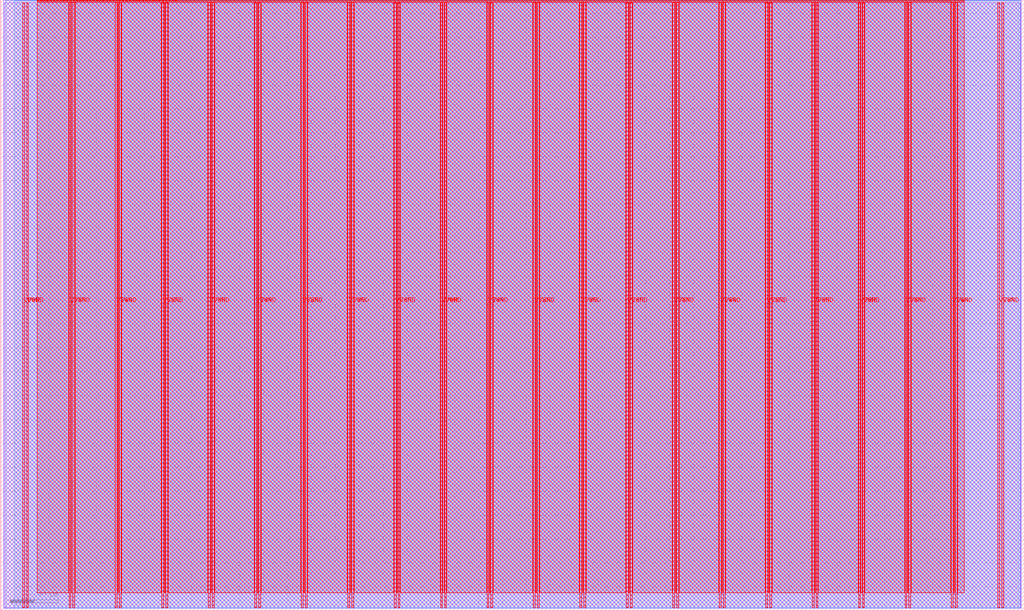
<source format=lef>
VERSION 5.7 ;
  NOWIREEXTENSIONATPIN ON ;
  DIVIDERCHAR "/" ;
  BUSBITCHARS "[]" ;
MACRO tt_um_collosal_demo
  CLASS BLOCK ;
  FOREIGN tt_um_collosal_demo ;
  ORIGIN 0.000 0.000 ;
  SIZE 856.520 BY 511.360 ;
  PIN VGND
    DIRECTION INOUT ;
    USE GROUND ;
    PORT
      LAYER met4 ;
        RECT 21.580 2.480 23.180 508.880 ;
    END
    PORT
      LAYER met4 ;
        RECT 60.450 2.480 62.050 508.880 ;
    END
    PORT
      LAYER met4 ;
        RECT 99.320 2.480 100.920 508.880 ;
    END
    PORT
      LAYER met4 ;
        RECT 138.190 2.480 139.790 508.880 ;
    END
    PORT
      LAYER met4 ;
        RECT 177.060 2.480 178.660 508.880 ;
    END
    PORT
      LAYER met4 ;
        RECT 215.930 2.480 217.530 508.880 ;
    END
    PORT
      LAYER met4 ;
        RECT 254.800 2.480 256.400 508.880 ;
    END
    PORT
      LAYER met4 ;
        RECT 293.670 2.480 295.270 508.880 ;
    END
    PORT
      LAYER met4 ;
        RECT 332.540 2.480 334.140 508.880 ;
    END
    PORT
      LAYER met4 ;
        RECT 371.410 2.480 373.010 508.880 ;
    END
    PORT
      LAYER met4 ;
        RECT 410.280 2.480 411.880 508.880 ;
    END
    PORT
      LAYER met4 ;
        RECT 449.150 2.480 450.750 508.880 ;
    END
    PORT
      LAYER met4 ;
        RECT 488.020 2.480 489.620 508.880 ;
    END
    PORT
      LAYER met4 ;
        RECT 526.890 2.480 528.490 508.880 ;
    END
    PORT
      LAYER met4 ;
        RECT 565.760 2.480 567.360 508.880 ;
    END
    PORT
      LAYER met4 ;
        RECT 604.630 2.480 606.230 508.880 ;
    END
    PORT
      LAYER met4 ;
        RECT 643.500 2.480 645.100 508.880 ;
    END
    PORT
      LAYER met4 ;
        RECT 682.370 2.480 683.970 508.880 ;
    END
    PORT
      LAYER met4 ;
        RECT 721.240 2.480 722.840 508.880 ;
    END
    PORT
      LAYER met4 ;
        RECT 760.110 2.480 761.710 508.880 ;
    END
    PORT
      LAYER met4 ;
        RECT 798.980 2.480 800.580 508.880 ;
    END
    PORT
      LAYER met4 ;
        RECT 837.850 2.480 839.450 508.880 ;
    END
  END VGND
  PIN VPWR
    DIRECTION INOUT ;
    USE POWER ;
    PORT
      LAYER met4 ;
        RECT 18.280 2.480 19.880 508.880 ;
    END
    PORT
      LAYER met4 ;
        RECT 57.150 2.480 58.750 508.880 ;
    END
    PORT
      LAYER met4 ;
        RECT 96.020 2.480 97.620 508.880 ;
    END
    PORT
      LAYER met4 ;
        RECT 134.890 2.480 136.490 508.880 ;
    END
    PORT
      LAYER met4 ;
        RECT 173.760 2.480 175.360 508.880 ;
    END
    PORT
      LAYER met4 ;
        RECT 212.630 2.480 214.230 508.880 ;
    END
    PORT
      LAYER met4 ;
        RECT 251.500 2.480 253.100 508.880 ;
    END
    PORT
      LAYER met4 ;
        RECT 290.370 2.480 291.970 508.880 ;
    END
    PORT
      LAYER met4 ;
        RECT 329.240 2.480 330.840 508.880 ;
    END
    PORT
      LAYER met4 ;
        RECT 368.110 2.480 369.710 508.880 ;
    END
    PORT
      LAYER met4 ;
        RECT 406.980 2.480 408.580 508.880 ;
    END
    PORT
      LAYER met4 ;
        RECT 445.850 2.480 447.450 508.880 ;
    END
    PORT
      LAYER met4 ;
        RECT 484.720 2.480 486.320 508.880 ;
    END
    PORT
      LAYER met4 ;
        RECT 523.590 2.480 525.190 508.880 ;
    END
    PORT
      LAYER met4 ;
        RECT 562.460 2.480 564.060 508.880 ;
    END
    PORT
      LAYER met4 ;
        RECT 601.330 2.480 602.930 508.880 ;
    END
    PORT
      LAYER met4 ;
        RECT 640.200 2.480 641.800 508.880 ;
    END
    PORT
      LAYER met4 ;
        RECT 679.070 2.480 680.670 508.880 ;
    END
    PORT
      LAYER met4 ;
        RECT 717.940 2.480 719.540 508.880 ;
    END
    PORT
      LAYER met4 ;
        RECT 756.810 2.480 758.410 508.880 ;
    END
    PORT
      LAYER met4 ;
        RECT 795.680 2.480 797.280 508.880 ;
    END
    PORT
      LAYER met4 ;
        RECT 834.550 2.480 836.150 508.880 ;
    END
  END VPWR
  PIN clk
    DIRECTION INPUT ;
    USE SIGNAL ;
    ANTENNAGATEAREA 0.852000 ;
    ANTENNADIFFAREA 0.434700 ;
    PORT
      LAYER met4 ;
        RECT 143.830 510.360 144.130 511.360 ;
    END
  END clk
  PIN ena
    DIRECTION INPUT ;
    USE SIGNAL ;
    PORT
      LAYER met4 ;
        RECT 146.590 510.360 146.890 511.360 ;
    END
  END ena
  PIN rst_n
    DIRECTION INPUT ;
    USE SIGNAL ;
    ANTENNAGATEAREA 0.213000 ;
    PORT
      LAYER met4 ;
        RECT 141.070 510.360 141.370 511.360 ;
    END
  END rst_n
  PIN ui_in[0]
    DIRECTION INPUT ;
    USE SIGNAL ;
    ANTENNAGATEAREA 0.196500 ;
    PORT
      LAYER met4 ;
        RECT 138.310 510.360 138.610 511.360 ;
    END
  END ui_in[0]
  PIN ui_in[1]
    DIRECTION INPUT ;
    USE SIGNAL ;
    ANTENNAGATEAREA 0.247500 ;
    PORT
      LAYER met4 ;
        RECT 135.550 510.360 135.850 511.360 ;
    END
  END ui_in[1]
  PIN ui_in[2]
    DIRECTION INPUT ;
    USE SIGNAL ;
    ANTENNAGATEAREA 0.159000 ;
    PORT
      LAYER met4 ;
        RECT 132.790 510.360 133.090 511.360 ;
    END
  END ui_in[2]
  PIN ui_in[3]
    DIRECTION INPUT ;
    USE SIGNAL ;
    ANTENNAGATEAREA 0.159000 ;
    PORT
      LAYER met4 ;
        RECT 130.030 510.360 130.330 511.360 ;
    END
  END ui_in[3]
  PIN ui_in[4]
    DIRECTION INPUT ;
    USE SIGNAL ;
    ANTENNAGATEAREA 0.213000 ;
    ANTENNADIFFAREA 0.434700 ;
    PORT
      LAYER met4 ;
        RECT 127.270 510.360 127.570 511.360 ;
    END
  END ui_in[4]
  PIN ui_in[5]
    DIRECTION INPUT ;
    USE SIGNAL ;
    ANTENNAGATEAREA 0.247500 ;
    ANTENNADIFFAREA 0.434700 ;
    PORT
      LAYER met4 ;
        RECT 124.510 510.360 124.810 511.360 ;
    END
  END ui_in[5]
  PIN ui_in[6]
    DIRECTION INPUT ;
    USE SIGNAL ;
    ANTENNAGATEAREA 0.213000 ;
    PORT
      LAYER met4 ;
        RECT 121.750 510.360 122.050 511.360 ;
    END
  END ui_in[6]
  PIN ui_in[7]
    DIRECTION INPUT ;
    USE SIGNAL ;
    ANTENNAGATEAREA 0.213000 ;
    ANTENNADIFFAREA 0.434700 ;
    PORT
      LAYER met4 ;
        RECT 118.990 510.360 119.290 511.360 ;
    END
  END ui_in[7]
  PIN uio_in[0]
    DIRECTION INPUT ;
    USE SIGNAL ;
    ANTENNAGATEAREA 0.247500 ;
    PORT
      LAYER met4 ;
        RECT 116.230 510.360 116.530 511.360 ;
    END
  END uio_in[0]
  PIN uio_in[1]
    DIRECTION INPUT ;
    USE SIGNAL ;
    ANTENNAGATEAREA 0.196500 ;
    PORT
      LAYER met4 ;
        RECT 113.470 510.360 113.770 511.360 ;
    END
  END uio_in[1]
  PIN uio_in[2]
    DIRECTION INPUT ;
    USE SIGNAL ;
    ANTENNAGATEAREA 0.196500 ;
    PORT
      LAYER met4 ;
        RECT 110.710 510.360 111.010 511.360 ;
    END
  END uio_in[2]
  PIN uio_in[3]
    DIRECTION INPUT ;
    USE SIGNAL ;
    ANTENNAGATEAREA 0.247500 ;
    ANTENNADIFFAREA 0.434700 ;
    PORT
      LAYER met4 ;
        RECT 107.950 510.360 108.250 511.360 ;
    END
  END uio_in[3]
  PIN uio_in[4]
    DIRECTION INPUT ;
    USE SIGNAL ;
    ANTENNAGATEAREA 0.247500 ;
    PORT
      LAYER met4 ;
        RECT 105.190 510.360 105.490 511.360 ;
    END
  END uio_in[4]
  PIN uio_in[5]
    DIRECTION INPUT ;
    USE SIGNAL ;
    ANTENNAGATEAREA 0.247500 ;
    PORT
      LAYER met4 ;
        RECT 102.430 510.360 102.730 511.360 ;
    END
  END uio_in[5]
  PIN uio_in[6]
    DIRECTION INPUT ;
    USE SIGNAL ;
    ANTENNAGATEAREA 0.247500 ;
    PORT
      LAYER met4 ;
        RECT 99.670 510.360 99.970 511.360 ;
    END
  END uio_in[6]
  PIN uio_in[7]
    DIRECTION INPUT ;
    USE SIGNAL ;
    ANTENNAGATEAREA 0.213000 ;
    PORT
      LAYER met4 ;
        RECT 96.910 510.360 97.210 511.360 ;
    END
  END uio_in[7]
  PIN uio_oe[0]
    DIRECTION OUTPUT ;
    USE SIGNAL ;
    ANTENNADIFFAREA 0.445500 ;
    PORT
      LAYER met4 ;
        RECT 49.990 510.360 50.290 511.360 ;
    END
  END uio_oe[0]
  PIN uio_oe[1]
    DIRECTION OUTPUT ;
    USE SIGNAL ;
    ANTENNADIFFAREA 0.445500 ;
    PORT
      LAYER met4 ;
        RECT 47.230 510.360 47.530 511.360 ;
    END
  END uio_oe[1]
  PIN uio_oe[2]
    DIRECTION OUTPUT ;
    USE SIGNAL ;
    ANTENNADIFFAREA 0.445500 ;
    PORT
      LAYER met4 ;
        RECT 44.470 510.360 44.770 511.360 ;
    END
  END uio_oe[2]
  PIN uio_oe[3]
    DIRECTION OUTPUT ;
    USE SIGNAL ;
    ANTENNADIFFAREA 0.445500 ;
    PORT
      LAYER met4 ;
        RECT 41.710 510.360 42.010 511.360 ;
    END
  END uio_oe[3]
  PIN uio_oe[4]
    DIRECTION OUTPUT ;
    USE SIGNAL ;
    ANTENNADIFFAREA 0.445500 ;
    PORT
      LAYER met4 ;
        RECT 38.950 510.360 39.250 511.360 ;
    END
  END uio_oe[4]
  PIN uio_oe[5]
    DIRECTION OUTPUT ;
    USE SIGNAL ;
    ANTENNADIFFAREA 0.445500 ;
    PORT
      LAYER met4 ;
        RECT 36.190 510.360 36.490 511.360 ;
    END
  END uio_oe[5]
  PIN uio_oe[6]
    DIRECTION OUTPUT ;
    USE SIGNAL ;
    ANTENNADIFFAREA 0.445500 ;
    PORT
      LAYER met4 ;
        RECT 33.430 510.360 33.730 511.360 ;
    END
  END uio_oe[6]
  PIN uio_oe[7]
    DIRECTION OUTPUT ;
    USE SIGNAL ;
    ANTENNADIFFAREA 0.445500 ;
    PORT
      LAYER met4 ;
        RECT 30.670 510.360 30.970 511.360 ;
    END
  END uio_oe[7]
  PIN uio_out[0]
    DIRECTION OUTPUT ;
    USE SIGNAL ;
    ANTENNADIFFAREA 0.445500 ;
    PORT
      LAYER met4 ;
        RECT 72.070 510.360 72.370 511.360 ;
    END
  END uio_out[0]
  PIN uio_out[1]
    DIRECTION OUTPUT ;
    USE SIGNAL ;
    ANTENNADIFFAREA 0.445500 ;
    PORT
      LAYER met4 ;
        RECT 69.310 510.360 69.610 511.360 ;
    END
  END uio_out[1]
  PIN uio_out[2]
    DIRECTION OUTPUT ;
    USE SIGNAL ;
    ANTENNADIFFAREA 0.445500 ;
    PORT
      LAYER met4 ;
        RECT 66.550 510.360 66.850 511.360 ;
    END
  END uio_out[2]
  PIN uio_out[3]
    DIRECTION OUTPUT ;
    USE SIGNAL ;
    ANTENNADIFFAREA 0.445500 ;
    PORT
      LAYER met4 ;
        RECT 63.790 510.360 64.090 511.360 ;
    END
  END uio_out[3]
  PIN uio_out[4]
    DIRECTION OUTPUT ;
    USE SIGNAL ;
    ANTENNADIFFAREA 0.445500 ;
    PORT
      LAYER met4 ;
        RECT 61.030 510.360 61.330 511.360 ;
    END
  END uio_out[4]
  PIN uio_out[5]
    DIRECTION OUTPUT ;
    USE SIGNAL ;
    ANTENNADIFFAREA 0.445500 ;
    PORT
      LAYER met4 ;
        RECT 58.270 510.360 58.570 511.360 ;
    END
  END uio_out[5]
  PIN uio_out[6]
    DIRECTION OUTPUT ;
    USE SIGNAL ;
    ANTENNADIFFAREA 0.445500 ;
    PORT
      LAYER met4 ;
        RECT 55.510 510.360 55.810 511.360 ;
    END
  END uio_out[6]
  PIN uio_out[7]
    DIRECTION OUTPUT ;
    USE SIGNAL ;
    ANTENNADIFFAREA 0.445500 ;
    PORT
      LAYER met4 ;
        RECT 52.750 510.360 53.050 511.360 ;
    END
  END uio_out[7]
  PIN uo_out[0]
    DIRECTION OUTPUT ;
    USE SIGNAL ;
    ANTENNADIFFAREA 0.891000 ;
    PORT
      LAYER met4 ;
        RECT 94.150 510.360 94.450 511.360 ;
    END
  END uo_out[0]
  PIN uo_out[1]
    DIRECTION OUTPUT ;
    USE SIGNAL ;
    ANTENNADIFFAREA 0.891000 ;
    PORT
      LAYER met4 ;
        RECT 91.390 510.360 91.690 511.360 ;
    END
  END uo_out[1]
  PIN uo_out[2]
    DIRECTION OUTPUT ;
    USE SIGNAL ;
    ANTENNADIFFAREA 0.891000 ;
    PORT
      LAYER met4 ;
        RECT 88.630 510.360 88.930 511.360 ;
    END
  END uo_out[2]
  PIN uo_out[3]
    DIRECTION OUTPUT ;
    USE SIGNAL ;
    ANTENNADIFFAREA 0.891000 ;
    PORT
      LAYER met4 ;
        RECT 85.870 510.360 86.170 511.360 ;
    END
  END uo_out[3]
  PIN uo_out[4]
    DIRECTION OUTPUT ;
    USE SIGNAL ;
    ANTENNADIFFAREA 0.891000 ;
    PORT
      LAYER met4 ;
        RECT 83.110 510.360 83.410 511.360 ;
    END
  END uo_out[4]
  PIN uo_out[5]
    DIRECTION OUTPUT ;
    USE SIGNAL ;
    ANTENNADIFFAREA 0.891000 ;
    PORT
      LAYER met4 ;
        RECT 80.350 510.360 80.650 511.360 ;
    END
  END uo_out[5]
  PIN uo_out[6]
    DIRECTION OUTPUT ;
    USE SIGNAL ;
    ANTENNADIFFAREA 0.891000 ;
    PORT
      LAYER met4 ;
        RECT 77.590 510.360 77.890 511.360 ;
    END
  END uo_out[6]
  PIN uo_out[7]
    DIRECTION OUTPUT ;
    USE SIGNAL ;
    ANTENNADIFFAREA 0.891000 ;
    PORT
      LAYER met4 ;
        RECT 74.830 510.360 75.130 511.360 ;
    END
  END uo_out[7]
  OBS
      LAYER li1 ;
        RECT 2.760 2.635 853.760 508.725 ;
      LAYER met1 ;
        RECT 2.460 2.080 854.060 510.980 ;
      LAYER met2 ;
        RECT 4.240 2.050 853.200 511.010 ;
      LAYER met3 ;
        RECT 11.105 2.555 851.855 510.505 ;
      LAYER met4 ;
        RECT 31.370 509.960 33.030 511.010 ;
        RECT 34.130 509.960 35.790 511.010 ;
        RECT 36.890 509.960 38.550 511.010 ;
        RECT 39.650 509.960 41.310 511.010 ;
        RECT 42.410 509.960 44.070 511.010 ;
        RECT 45.170 509.960 46.830 511.010 ;
        RECT 47.930 509.960 49.590 511.010 ;
        RECT 50.690 509.960 52.350 511.010 ;
        RECT 53.450 509.960 55.110 511.010 ;
        RECT 56.210 509.960 57.870 511.010 ;
        RECT 58.970 509.960 60.630 511.010 ;
        RECT 61.730 509.960 63.390 511.010 ;
        RECT 64.490 509.960 66.150 511.010 ;
        RECT 67.250 509.960 68.910 511.010 ;
        RECT 70.010 509.960 71.670 511.010 ;
        RECT 72.770 509.960 74.430 511.010 ;
        RECT 75.530 509.960 77.190 511.010 ;
        RECT 78.290 509.960 79.950 511.010 ;
        RECT 81.050 509.960 82.710 511.010 ;
        RECT 83.810 509.960 85.470 511.010 ;
        RECT 86.570 509.960 88.230 511.010 ;
        RECT 89.330 509.960 90.990 511.010 ;
        RECT 92.090 509.960 93.750 511.010 ;
        RECT 94.850 509.960 96.510 511.010 ;
        RECT 97.610 509.960 99.270 511.010 ;
        RECT 100.370 509.960 102.030 511.010 ;
        RECT 103.130 509.960 104.790 511.010 ;
        RECT 105.890 509.960 107.550 511.010 ;
        RECT 108.650 509.960 110.310 511.010 ;
        RECT 111.410 509.960 113.070 511.010 ;
        RECT 114.170 509.960 115.830 511.010 ;
        RECT 116.930 509.960 118.590 511.010 ;
        RECT 119.690 509.960 121.350 511.010 ;
        RECT 122.450 509.960 124.110 511.010 ;
        RECT 125.210 509.960 126.870 511.010 ;
        RECT 127.970 509.960 129.630 511.010 ;
        RECT 130.730 509.960 132.390 511.010 ;
        RECT 133.490 509.960 135.150 511.010 ;
        RECT 136.250 509.960 137.910 511.010 ;
        RECT 139.010 509.960 140.670 511.010 ;
        RECT 141.770 509.960 143.430 511.010 ;
        RECT 144.530 509.960 146.190 511.010 ;
        RECT 147.290 509.960 806.545 511.010 ;
        RECT 30.655 509.280 806.545 509.960 ;
        RECT 30.655 15.135 56.750 509.280 ;
        RECT 59.150 15.135 60.050 509.280 ;
        RECT 62.450 15.135 95.620 509.280 ;
        RECT 98.020 15.135 98.920 509.280 ;
        RECT 101.320 15.135 134.490 509.280 ;
        RECT 136.890 15.135 137.790 509.280 ;
        RECT 140.190 15.135 173.360 509.280 ;
        RECT 175.760 15.135 176.660 509.280 ;
        RECT 179.060 15.135 212.230 509.280 ;
        RECT 214.630 15.135 215.530 509.280 ;
        RECT 217.930 15.135 251.100 509.280 ;
        RECT 253.500 15.135 254.400 509.280 ;
        RECT 256.800 15.135 289.970 509.280 ;
        RECT 292.370 15.135 293.270 509.280 ;
        RECT 295.670 15.135 328.840 509.280 ;
        RECT 331.240 15.135 332.140 509.280 ;
        RECT 334.540 15.135 367.710 509.280 ;
        RECT 370.110 15.135 371.010 509.280 ;
        RECT 373.410 15.135 406.580 509.280 ;
        RECT 408.980 15.135 409.880 509.280 ;
        RECT 412.280 15.135 445.450 509.280 ;
        RECT 447.850 15.135 448.750 509.280 ;
        RECT 451.150 15.135 484.320 509.280 ;
        RECT 486.720 15.135 487.620 509.280 ;
        RECT 490.020 15.135 523.190 509.280 ;
        RECT 525.590 15.135 526.490 509.280 ;
        RECT 528.890 15.135 562.060 509.280 ;
        RECT 564.460 15.135 565.360 509.280 ;
        RECT 567.760 15.135 600.930 509.280 ;
        RECT 603.330 15.135 604.230 509.280 ;
        RECT 606.630 15.135 639.800 509.280 ;
        RECT 642.200 15.135 643.100 509.280 ;
        RECT 645.500 15.135 678.670 509.280 ;
        RECT 681.070 15.135 681.970 509.280 ;
        RECT 684.370 15.135 717.540 509.280 ;
        RECT 719.940 15.135 720.840 509.280 ;
        RECT 723.240 15.135 756.410 509.280 ;
        RECT 758.810 15.135 759.710 509.280 ;
        RECT 762.110 15.135 795.280 509.280 ;
        RECT 797.680 15.135 798.580 509.280 ;
        RECT 800.980 15.135 806.545 509.280 ;
  END
END tt_um_collosal_demo
END LIBRARY


</source>
